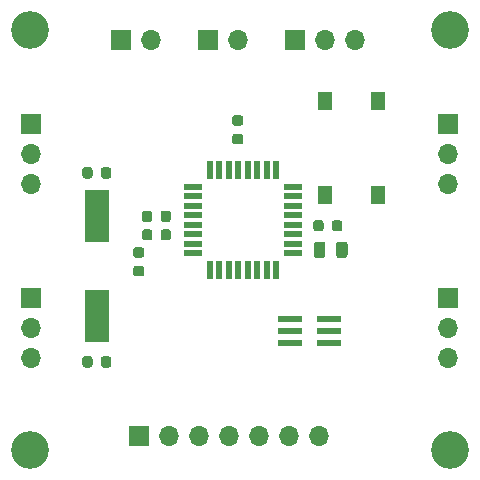
<source format=gbr>
%TF.GenerationSoftware,KiCad,Pcbnew,(5.99.0-2358-g6d8fb94d8)*%
%TF.CreationDate,2020-07-27T20:35:16+08:00*%
%TF.ProjectId,POWER_BOARD_v2b,504f5745-525f-4424-9f41-52445f763262,rev?*%
%TF.SameCoordinates,Original*%
%TF.FileFunction,Soldermask,Top*%
%TF.FilePolarity,Negative*%
%FSLAX46Y46*%
G04 Gerber Fmt 4.6, Leading zero omitted, Abs format (unit mm)*
G04 Created by KiCad (PCBNEW (5.99.0-2358-g6d8fb94d8)) date 2020-07-27 20:35:16*
%MOMM*%
%LPD*%
G01*
G04 APERTURE LIST*
%ADD10O,1.700000X1.700000*%
%ADD11R,1.700000X1.700000*%
%ADD12C,3.200000*%
%ADD13R,2.000000X0.500000*%
%ADD14R,2.000000X4.500000*%
%ADD15R,0.550000X1.600000*%
%ADD16R,1.600000X0.550000*%
%ADD17R,1.300000X1.550000*%
G04 APERTURE END LIST*
%TO.C,R2*%
G36*
G01*
X79555750Y-61272000D02*
X80068250Y-61272000D01*
G75*
G02*
X80287000Y-61490750I0J-218750D01*
G01*
X80287000Y-61928250D01*
G75*
G02*
X80068250Y-62147000I-218750J0D01*
G01*
X79555750Y-62147000D01*
G75*
G02*
X79337000Y-61928250I0J218750D01*
G01*
X79337000Y-61490750D01*
G75*
G02*
X79555750Y-61272000I218750J0D01*
G01*
G37*
G36*
G01*
X79555750Y-59697000D02*
X80068250Y-59697000D01*
G75*
G02*
X80287000Y-59915750I0J-218750D01*
G01*
X80287000Y-60353250D01*
G75*
G02*
X80068250Y-60572000I-218750J0D01*
G01*
X79555750Y-60572000D01*
G75*
G02*
X79337000Y-60353250I0J218750D01*
G01*
X79337000Y-59915750D01*
G75*
G02*
X79555750Y-59697000I218750J0D01*
G01*
G37*
%TD*%
%TO.C,R1*%
G36*
G01*
X71173750Y-72448000D02*
X71686250Y-72448000D01*
G75*
G02*
X71905000Y-72666750I0J-218750D01*
G01*
X71905000Y-73104250D01*
G75*
G02*
X71686250Y-73323000I-218750J0D01*
G01*
X71173750Y-73323000D01*
G75*
G02*
X70955000Y-73104250I0J218750D01*
G01*
X70955000Y-72666750D01*
G75*
G02*
X71173750Y-72448000I218750J0D01*
G01*
G37*
G36*
G01*
X71173750Y-70873000D02*
X71686250Y-70873000D01*
G75*
G02*
X71905000Y-71091750I0J-218750D01*
G01*
X71905000Y-71529250D01*
G75*
G02*
X71686250Y-71748000I-218750J0D01*
G01*
X71173750Y-71748000D01*
G75*
G02*
X70955000Y-71529250I0J218750D01*
G01*
X70955000Y-71091750D01*
G75*
G02*
X71173750Y-70873000I218750J0D01*
G01*
G37*
%TD*%
D10*
%TO.C,J8*%
X72446000Y-53302000D03*
D11*
X69906000Y-53302000D03*
%TD*%
D10*
%TO.C,J7*%
X79812000Y-53302000D03*
D11*
X77272000Y-53302000D03*
%TD*%
D10*
%TO.C,J6*%
X89718000Y-53302000D03*
X87178000Y-53302000D03*
D11*
X84638000Y-53302000D03*
%TD*%
D10*
%TO.C,J5*%
X86670000Y-86830000D03*
X84130000Y-86830000D03*
X81590000Y-86830000D03*
X79050000Y-86830000D03*
X76510000Y-86830000D03*
X73970000Y-86830000D03*
D11*
X71430000Y-86830000D03*
%TD*%
D12*
%TO.C,H4*%
X97750000Y-88000000D03*
%TD*%
%TO.C,H3*%
X62250000Y-88000000D03*
%TD*%
%TO.C,H2*%
X97750000Y-52500000D03*
%TD*%
%TO.C,H1*%
X62250000Y-52500000D03*
%TD*%
D13*
%TO.C,J13*%
X84258000Y-76940000D03*
X87558000Y-76940000D03*
X84258000Y-77940000D03*
X87558000Y-77940000D03*
X84258000Y-78940000D03*
X87558000Y-78940000D03*
%TD*%
D14*
%TO.C,Y1*%
X67874000Y-76691250D03*
X67874000Y-68191250D03*
%TD*%
D15*
%TO.C,U1*%
X77450000Y-64300000D03*
X78250000Y-64300000D03*
X79050000Y-64300000D03*
X79850000Y-64300000D03*
X80650000Y-64300000D03*
X81450000Y-64300000D03*
X82250000Y-64300000D03*
X83050000Y-64300000D03*
D16*
X84500000Y-65750000D03*
X84500000Y-66550000D03*
X84500000Y-67350000D03*
X84500000Y-68150000D03*
X84500000Y-68950000D03*
X84500000Y-69750000D03*
X84500000Y-70550000D03*
X84500000Y-71350000D03*
D15*
X83050000Y-72800000D03*
X82250000Y-72800000D03*
X81450000Y-72800000D03*
X80650000Y-72800000D03*
X79850000Y-72800000D03*
X79050000Y-72800000D03*
X78250000Y-72800000D03*
X77450000Y-72800000D03*
D16*
X76000000Y-71350000D03*
X76000000Y-70550000D03*
X76000000Y-69750000D03*
X76000000Y-68950000D03*
X76000000Y-68150000D03*
X76000000Y-67350000D03*
X76000000Y-66550000D03*
X76000000Y-65750000D03*
%TD*%
D17*
%TO.C,SW1*%
X87214000Y-66426000D03*
X91714000Y-66426000D03*
X91714000Y-58466000D03*
X87214000Y-58466000D03*
%TD*%
D10*
%TO.C,J4*%
X62286000Y-80226000D03*
X62286000Y-77686000D03*
D11*
X62286000Y-75146000D03*
%TD*%
D10*
%TO.C,J3*%
X62286000Y-65494000D03*
X62286000Y-62954000D03*
D11*
X62286000Y-60414000D03*
%TD*%
D10*
%TO.C,J2*%
X97592000Y-65494000D03*
X97592000Y-62954000D03*
D11*
X97592000Y-60414000D03*
%TD*%
D10*
%TO.C,J1*%
X97592000Y-80226000D03*
X97592000Y-77686000D03*
D11*
X97592000Y-75146000D03*
%TD*%
%TO.C,C6*%
G36*
G01*
X87782000Y-69306250D02*
X87782000Y-68793750D01*
G75*
G02*
X88000750Y-68575000I218750J0D01*
G01*
X88438250Y-68575000D01*
G75*
G02*
X88657000Y-68793750I0J-218750D01*
G01*
X88657000Y-69306250D01*
G75*
G02*
X88438250Y-69525000I-218750J0D01*
G01*
X88000750Y-69525000D01*
G75*
G02*
X87782000Y-69306250I0J218750D01*
G01*
G37*
G36*
G01*
X86207000Y-69306250D02*
X86207000Y-68793750D01*
G75*
G02*
X86425750Y-68575000I218750J0D01*
G01*
X86863250Y-68575000D01*
G75*
G02*
X87082000Y-68793750I0J-218750D01*
G01*
X87082000Y-69306250D01*
G75*
G02*
X86863250Y-69525000I-218750J0D01*
G01*
X86425750Y-69525000D01*
G75*
G02*
X86207000Y-69306250I0J218750D01*
G01*
G37*
%TD*%
%TO.C,C5*%
G36*
G01*
X73278500Y-68506250D02*
X73278500Y-67993750D01*
G75*
G02*
X73497250Y-67775000I218750J0D01*
G01*
X73934750Y-67775000D01*
G75*
G02*
X74153500Y-67993750I0J-218750D01*
G01*
X74153500Y-68506250D01*
G75*
G02*
X73934750Y-68725000I-218750J0D01*
G01*
X73497250Y-68725000D01*
G75*
G02*
X73278500Y-68506250I0J218750D01*
G01*
G37*
G36*
G01*
X71703500Y-68506250D02*
X71703500Y-67993750D01*
G75*
G02*
X71922250Y-67775000I218750J0D01*
G01*
X72359750Y-67775000D01*
G75*
G02*
X72578500Y-67993750I0J-218750D01*
G01*
X72578500Y-68506250D01*
G75*
G02*
X72359750Y-68725000I-218750J0D01*
G01*
X71922250Y-68725000D01*
G75*
G02*
X71703500Y-68506250I0J218750D01*
G01*
G37*
%TD*%
%TO.C,C4*%
G36*
G01*
X68224000Y-80825500D02*
X68224000Y-80313000D01*
G75*
G02*
X68442750Y-80094250I218750J0D01*
G01*
X68880250Y-80094250D01*
G75*
G02*
X69099000Y-80313000I0J-218750D01*
G01*
X69099000Y-80825500D01*
G75*
G02*
X68880250Y-81044250I-218750J0D01*
G01*
X68442750Y-81044250D01*
G75*
G02*
X68224000Y-80825500I0J218750D01*
G01*
G37*
G36*
G01*
X66649000Y-80825500D02*
X66649000Y-80313000D01*
G75*
G02*
X66867750Y-80094250I218750J0D01*
G01*
X67305250Y-80094250D01*
G75*
G02*
X67524000Y-80313000I0J-218750D01*
G01*
X67524000Y-80825500D01*
G75*
G02*
X67305250Y-81044250I-218750J0D01*
G01*
X66867750Y-81044250D01*
G75*
G02*
X66649000Y-80825500I0J218750D01*
G01*
G37*
%TD*%
%TO.C,C3*%
G36*
G01*
X73278500Y-70068250D02*
X73278500Y-69555750D01*
G75*
G02*
X73497250Y-69337000I218750J0D01*
G01*
X73934750Y-69337000D01*
G75*
G02*
X74153500Y-69555750I0J-218750D01*
G01*
X74153500Y-70068250D01*
G75*
G02*
X73934750Y-70287000I-218750J0D01*
G01*
X73497250Y-70287000D01*
G75*
G02*
X73278500Y-70068250I0J218750D01*
G01*
G37*
G36*
G01*
X71703500Y-70068250D02*
X71703500Y-69555750D01*
G75*
G02*
X71922250Y-69337000I218750J0D01*
G01*
X72359750Y-69337000D01*
G75*
G02*
X72578500Y-69555750I0J-218750D01*
G01*
X72578500Y-70068250D01*
G75*
G02*
X72359750Y-70287000I-218750J0D01*
G01*
X71922250Y-70287000D01*
G75*
G02*
X71703500Y-70068250I0J218750D01*
G01*
G37*
%TD*%
%TO.C,C2*%
G36*
G01*
X68224000Y-64823500D02*
X68224000Y-64311000D01*
G75*
G02*
X68442750Y-64092250I218750J0D01*
G01*
X68880250Y-64092250D01*
G75*
G02*
X69099000Y-64311000I0J-218750D01*
G01*
X69099000Y-64823500D01*
G75*
G02*
X68880250Y-65042250I-218750J0D01*
G01*
X68442750Y-65042250D01*
G75*
G02*
X68224000Y-64823500I0J218750D01*
G01*
G37*
G36*
G01*
X66649000Y-64823500D02*
X66649000Y-64311000D01*
G75*
G02*
X66867750Y-64092250I218750J0D01*
G01*
X67305250Y-64092250D01*
G75*
G02*
X67524000Y-64311000I0J-218750D01*
G01*
X67524000Y-64823500D01*
G75*
G02*
X67305250Y-65042250I-218750J0D01*
G01*
X66867750Y-65042250D01*
G75*
G02*
X66649000Y-64823500I0J218750D01*
G01*
G37*
%TD*%
%TO.C,C1*%
G36*
G01*
X87236000Y-70625750D02*
X87236000Y-71538250D01*
G75*
G02*
X86992250Y-71782000I-243750J0D01*
G01*
X86504750Y-71782000D01*
G75*
G02*
X86261000Y-71538250I0J243750D01*
G01*
X86261000Y-70625750D01*
G75*
G02*
X86504750Y-70382000I243750J0D01*
G01*
X86992250Y-70382000D01*
G75*
G02*
X87236000Y-70625750I0J-243750D01*
G01*
G37*
G36*
G01*
X89111000Y-70625750D02*
X89111000Y-71538250D01*
G75*
G02*
X88867250Y-71782000I-243750J0D01*
G01*
X88379750Y-71782000D01*
G75*
G02*
X88136000Y-71538250I0J243750D01*
G01*
X88136000Y-70625750D01*
G75*
G02*
X88379750Y-70382000I243750J0D01*
G01*
X88867250Y-70382000D01*
G75*
G02*
X89111000Y-70625750I0J-243750D01*
G01*
G37*
%TD*%
M02*

</source>
